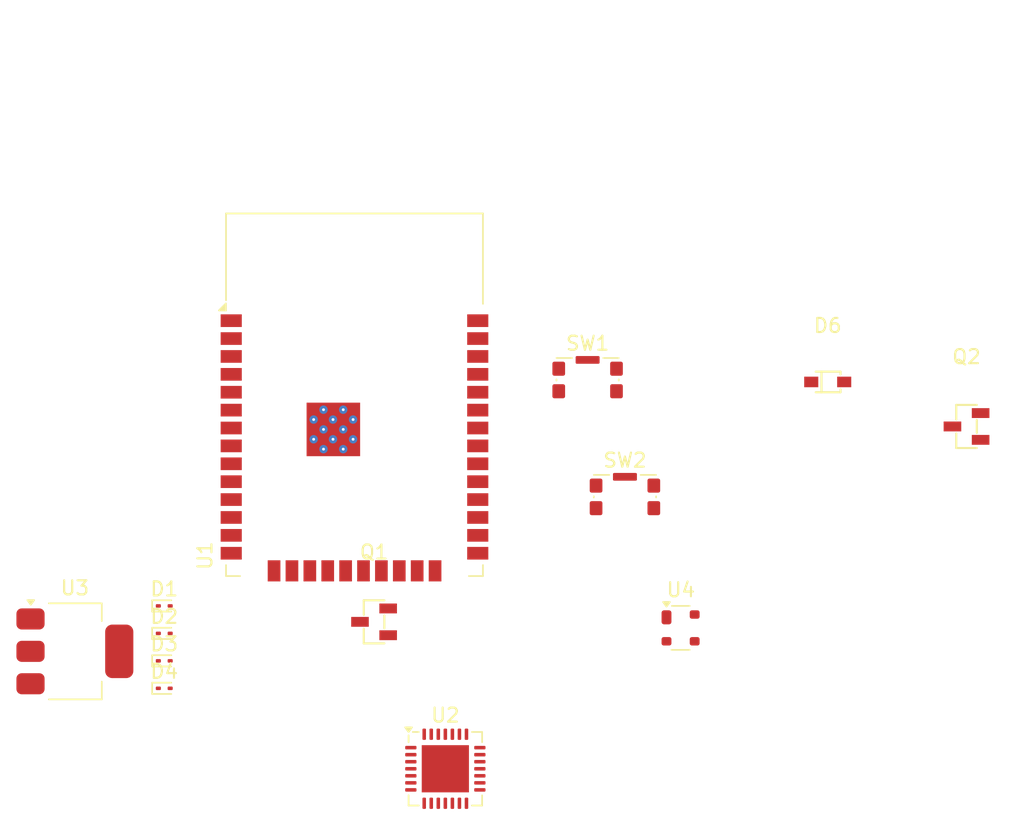
<source format=kicad_pcb>
(kicad_pcb (version 20240108) (generator "pcbnew") (generator_version "8.0")
  (layers (0 "F.Cu" signal) (31 "B.Cu" signal) (34 "B.Paste" user) (35 "F.Paste" user) (36 "B.SilkS" user "B.Silkscreen") (37 "F.SilkS" user "F.Silkscreen") (38 "B.Mask" user) (39 "F.Mask" user) (44 "Edge.Cuts" user))
  (net 0 "")
  (net 54 "Net-(U2-GND-Pad29)")
  (net 88 "<NO NET>")
  (net 89 "Net-(U1-EN)")
  (net 90 "+3.3V")
  (net 91 "+5VUSB")
  (footprint "Package_DFN_QFN:QFN-28-1EP_5x5mm_P0.5mm_EP3.35x3.35mm" (layer "F.Cu") (at 125.4 119.7)
    (property "Reference" "U2" (at 0 -3.8 0) (layer "F.SilkS"))
    (property "Value" "CP2102N-Axx-xQFN28")
    (fp_line (start -2.61 -1.885) (end -2.61 -2.37) (stroke (width 0.12)) (layer "F.SilkS"))
    (fp_line (start -2.61 2.61) (end -2.61 1.885) (stroke (width 0.12)) (layer "F.SilkS"))
    (fp_line (start -1.885 -2.61) (end -2.31 -2.61) (stroke (width 0.12)) (layer "F.SilkS"))
    (fp_line (start -1.885 2.61) (end -2.61 2.61) (stroke (width 0.12)) (layer "F.SilkS"))
    (fp_line (start 1.885 -2.61) (end 2.61 -2.61) (stroke (width 0.12)) (layer "F.SilkS"))
    (fp_line (start 1.885 2.61) (end 2.61 2.61) (stroke (width 0.12)) (layer "F.SilkS"))
    (fp_line (start 2.61 -2.61) (end 2.61 -1.885) (stroke (width 0.12)) (layer "F.SilkS"))
    (fp_line (start 2.61 2.61) (end 2.61 1.885) (stroke (width 0.12)) (layer "F.SilkS"))
    (fp_poly (pts (xy -2.61 -2.61) (xy -2.85 -2.94) (xy -2.37 -2.94) (xy -2.61 -2.61)) (stroke (width 0.12)) (fill solid) (layer "F.SilkS"))
    (pad "1" smd roundrect (at -2.45 -1.5) (size 0.8 0.25) (layers "F.Cu" "F.Paste" "F.Mask"))
    (pad "2" smd roundrect (at -2.45 -1) (size 0.8 0.25) (layers "F.Cu" "F.Paste" "F.Mask"))
    (pad "3" smd roundrect (at -2.45 -0.5) (size 0.8 0.25) (layers "F.Cu" "F.Paste" "F.Mask") (net 54 "Net-(U2-GND-Pad29)"))
    (pad "4" smd roundrect (at -2.45 0) (size 0.8 0.25) (layers "F.Cu" "F.Paste" "F.Mask"))
    (pad "5" smd roundrect (at -2.45 0.5) (size 0.8 0.25) (layers "F.Cu" "F.Paste" "F.Mask"))
    (pad "6" smd roundrect (at -2.45 1) (size 0.8 0.25) (layers "F.Cu" "F.Paste" "F.Mask"))
    (pad "7" smd roundrect (at -2.45 1.5) (size 0.8 0.25) (layers "F.Cu" "F.Paste" "F.Mask"))
    (pad "8" smd roundrect (at -1.5 2.45) (size 0.25 0.8) (layers "F.Cu" "F.Paste" "F.Mask"))
    (pad "9" smd roundrect (at -1 2.45) (size 0.25 0.8) (layers "F.Cu" "F.Paste" "F.Mask"))
    (pad "10" smd roundrect (at -0.5 2.45) (size 0.25 0.8) (layers "F.Cu" "F.Paste" "F.Mask"))
    (pad "11" smd roundrect (at 0 2.45) (size 0.25 0.8) (layers "F.Cu" "F.Paste" "F.Mask"))
    (pad "12" smd roundrect (at 0.5 2.45) (size 0.25 0.8) (layers "F.Cu" "F.Paste" "F.Mask"))
    (pad "13" smd roundrect (at 1 2.45) (size 0.25 0.8) (layers "F.Cu" "F.Paste" "F.Mask"))
    (pad "14" smd roundrect (at 1.5 2.45) (size 0.25 0.8) (layers "F.Cu" "F.Paste" "F.Mask"))
    (pad "15" smd roundrect (at 2.45 1.5) (size 0.8 0.25) (layers "F.Cu" "F.Paste" "F.Mask"))
    (pad "16" smd roundrect (at 2.45 1) (size 0.8 0.25) (layers "F.Cu" "F.Paste" "F.Mask"))
    (pad "17" smd roundrect (at 2.45 0.5) (size 0.8 0.25) (layers "F.Cu" "F.Paste" "F.Mask"))
    (pad "18" smd roundrect (at 2.45 0) (size 0.8 0.25) (layers "F.Cu" "F.Paste" "F.Mask"))
    (pad "19" smd roundrect (at 2.45 -0.5) (size 0.8 0.25) (layers "F.Cu" "F.Paste" "F.Mask"))
    (pad "20" smd roundrect (at 2.45 -1) (size 0.8 0.25) (layers "F.Cu" "F.Paste" "F.Mask"))
    (pad "21" smd roundrect (at 2.45 -1.5) (size 0.8 0.25) (layers "F.Cu" "F.Paste" "F.Mask"))
    (pad "22" smd roundrect (at 1.5 -2.45) (size 0.25 0.8) (layers "F.Cu" "F.Paste" "F.Mask"))
    (pad "23" smd roundrect (at 1 -2.45) (size 0.25 0.8) (layers "F.Cu" "F.Paste" "F.Mask"))
    (pad "24" smd roundrect (at 0.5 -2.45) (size 0.25 0.8) (layers "F.Cu" "F.Paste" "F.Mask"))
    (pad "25" smd roundrect (at 0 -2.45) (size 0.25 0.8) (layers "F.Cu" "F.Paste" "F.Mask"))
    (pad "26" smd roundrect (at -0.5 -2.45) (size 0.25 0.8) (layers "F.Cu" "F.Paste" "F.Mask"))
    (pad "27" smd roundrect (at -1 -2.45) (size 0.25 0.8) (layers "F.Cu" "F.Paste" "F.Mask"))
    (pad "28" smd roundrect (at -1.5 -2.45) (size 0.25 0.8) (layers "F.Cu" "F.Paste" "F.Mask"))
    (pad "29" smd rect (at 0 0) (size 3.35 3.35) (property pad_prop_heatsink) (layers "F.Cu" "F.Mask") (net 54 "Net-(U2-GND-Pad29)"))
  )
  (footprint "easyeda2kicad:SOD-323_L1.8-W1.3-LS2.5-RD" (layer "F.Cu") (at 152.545 92.24)
    (property "Reference" "D6" (at 0 -4 0) (layer "F.SilkS"))
    (property "Value" "BAT760-7")
    (fp_line (start -0.85 -0.73) (end 0.91 -0.73) (stroke (width 0.15)) (layer "F.SilkS"))
    (fp_line (start -0.85 0.73) (end 0.91 0.73) (stroke (width 0.15)) (layer "F.SilkS"))
    (fp_line (start -0.44 -0.73) (end -0.44 0.73) (stroke (width 0.15)) (layer "F.SilkS"))
    (fp_line (start 0.91 -0.73) (end 0.91 -0.53) (stroke (width 0.15)) (layer "F.SilkS"))
    (fp_line (start 0.91 0.73) (end 0.91 0.52) (stroke (width 0.15)) (layer "F.SilkS"))
    (pad "1" smd rect (at -1.17 0) (size 1 0.75) (layers "F.Cu" "F.Paste" "F.Mask"))
    (pad "2" smd rect (at 1.17 0) (size 1 0.75) (layers "F.Cu" "F.Paste" "F.Mask"))
  )
  (footprint "Diode_SMD:D_SOD-923" (layer "F.Cu") (at 105.445 113.99)
    (property "Reference" "D4" (at 0 -1.2 0) (layer "F.SilkS"))
    (property "Value" "SZESD9B5.0ST5G")
    (fp_line (start -0.86 -0.4) (end -0.86 0.4) (stroke (width 0.12)) (layer "F.SilkS"))
    (fp_line (start 0.5 -0.4) (end -0.86 -0.4) (stroke (width 0.12)) (layer "F.SilkS"))
    (fp_line (start 0.5 0.4) (end -0.86 0.4) (stroke (width 0.12)) (layer "F.SilkS"))
    (pad "1" smd roundrect (at -0.42 0 180) (size 0.36 0.25) (layers "F.Cu" "F.Paste" "F.Mask"))
    (pad "2" smd roundrect (at 0.42 0 180) (size 0.36 0.25) (layers "F.Cu" "F.Paste" "F.Mask"))
  )
  (footprint "Button_Switch_SMD:SW_SPST_CK_KMS2xxGP" (layer "F.Cu") (at 135.5 92.1)
    (property "Reference" "SW1" (at 0 -2.6 0) (layer "F.SilkS"))
    (property "Value" "CK_KMS2xxG")
    (fp_line (start -2.21 -1.56) (end -1.11 -1.56) (stroke (width 0.12)) (layer "F.SilkS"))
    (fp_line (start -2.21 -0.04) (end -2.21 0.04) (stroke (width 0.12)) (layer "F.SilkS"))
    (fp_line (start 1.11 -1.56) (end 2.21 -1.56) (stroke (width 0.12)) (layer "F.SilkS"))
    (fp_line (start 2.21 -0.04) (end 2.21 0.04) (stroke (width 0.12)) (layer "F.SilkS"))
    (pad "" np_thru_hole circle (at -0.975 0.75) (size 0.9 0.9) (drill 0.9) (layers "F&B.Cu" "*.Mask"))
    (pad "" np_thru_hole circle (at 0.975 0.75) (size 0.9 0.9) (drill 0.9) (layers "F&B.Cu" "*.Mask"))
    (pad "1" smd roundrect (at -2.05 -0.8) (size 0.9 1) (layers "F.Cu" "F.Paste" "F.Mask") (roundrect_rratio 0.15))
    (pad "1" smd roundrect (at 2.05 -0.8) (size 0.9 1) (layers "F.Cu" "F.Paste" "F.Mask") (roundrect_rratio 0.15))
    (pad "2" smd roundrect (at -2.05 0.8) (size 0.9 1) (layers "F.Cu" "F.Paste" "F.Mask") (roundrect_rratio 0.15))
    (pad "2" smd roundrect (at 2.05 0.8) (size 0.9 1) (layers "F.Cu" "F.Paste" "F.Mask") (roundrect_rratio 0.15))
    (pad "SH" smd roundrect (at 0 -1.425) (size 1.7 0.55) (layers "F.Cu" "F.Paste" "F.Mask") (roundrect_rratio 0.15))
  )
  (footprint "easyeda2kicad:SOT-23-3_L2.9-W1.3-P1.90-LS2.4-BR" (layer "F.Cu") (at 120.34 109.27)
    (property "Reference" "Q1" (at 0 -4.95 0) (layer "F.SilkS"))
    (property "Value" "SS8050-G")
    (fp_line (start -0.73 -1.53) (end -0.73 -0.49) (stroke (width 0.15)) (layer "F.SilkS"))
    (fp_line (start -0.73 1.53) (end -0.73 0.49) (stroke (width 0.15)) (layer "F.SilkS"))
    (fp_line (start 0.73 -1.53) (end -0.73 -1.53) (stroke (width 0.15)) (layer "F.SilkS"))
    (fp_line (start 0.73 -0.46) (end 0.73 0.46) (stroke (width 0.15)) (layer "F.SilkS"))
    (fp_line (start 0.73 1.53) (end -0.73 1.53) (stroke (width 0.15)) (layer "F.SilkS"))
    (pad "1" smd rect (at 1 0.95) (size 1.25 0.7) (layers "F.Cu" "F.Paste" "F.Mask"))
    (pad "2" smd rect (at 1 -0.95) (size 1.25 0.7) (layers "F.Cu" "F.Paste" "F.Mask"))
    (pad "3" smd rect (at -1 0) (size 1.25 0.7) (layers "F.Cu" "F.Paste" "F.Mask"))
  )
  (footprint "Package_TO_SOT_SMD:SOT-223-3_TabPin2" (layer "F.Cu") (at 99.1 111.365)
    (property "Reference" "U3" (at 0 -4.5 0) (layer "F.SilkS"))
    (property "Value" "AMS1117-3.3")
    (fp_line (start -1.85 -3.41) (end 1.91 -3.41) (stroke (width 0.12)) (layer "F.SilkS"))
    (fp_line (start -1.85 3.41) (end 1.91 3.41) (stroke (width 0.12)) (layer "F.SilkS"))
    (fp_line (start 1.91 -3.41) (end 1.91 -2.15) (stroke (width 0.12)) (layer "F.SilkS"))
    (fp_line (start 1.91 3.41) (end 1.91 2.15) (stroke (width 0.12)) (layer "F.SilkS"))
    (fp_poly (pts (xy -3.13 -3.31) (xy -3.37 -3.64) (xy -2.89 -3.64) (xy -3.13 -3.31)) (stroke (width 0.12)) (fill solid) (layer "F.SilkS"))
    (pad "1" smd roundrect (at -3.15 -2.3) (size 2 1.5) (layers "F.Cu" "F.Paste" "F.Mask") (net 88 "<NO NET>"))
    (pad "2" smd roundrect (at -3.15 0) (size 2 1.5) (layers "F.Cu" "F.Paste" "F.Mask") (net 90 "+3.3V"))
    (pad "2" smd roundrect (at 3.15 0) (size 2 3.8) (layers "F.Cu" "F.Paste" "F.Mask") (net 90 "+3.3V"))
    (pad "3" smd roundrect (at -3.15 2.3) (size 2 1.5) (layers "F.Cu" "F.Paste" "F.Mask") (net 91 "+5VUSB"))
  )
  (footprint "Diode_SMD:D_SOD-923" (layer "F.Cu") (at 105.445 108.14)
    (property "Reference" "D1" (at 0 -1.2 0) (layer "F.SilkS"))
    (property "Value" "SZESD9B5.0ST5G")
    (fp_line (start -0.86 -0.4) (end -0.86 0.4) (stroke (width 0.12)) (layer "F.SilkS"))
    (fp_line (start 0.5 -0.4) (end -0.86 -0.4) (stroke (width 0.12)) (layer "F.SilkS"))
    (fp_line (start 0.5 0.4) (end -0.86 0.4) (stroke (width 0.12)) (layer "F.SilkS"))
    (pad "1" smd roundrect (at -0.42 0 180) (size 0.36 0.25) (layers "F.Cu" "F.Paste" "F.Mask"))
    (pad "2" smd roundrect (at 0.42 0 180) (size 0.36 0.25) (layers "F.Cu" "F.Paste" "F.Mask"))
  )
  (footprint "RF_Module:ESP32-WROOM-32D" (layer "F.Cu") (at 118.95 96.14)
    (property "Reference" "U1" (at -10.61 8.43 90) (layer "F.SilkS"))
    (property "Value" "ESP32-WROOM-32E")
    (fp_line (start -9.12 -15.86) (end -9.12 -9.7) (stroke (width 0.12)) (layer "F.SilkS"))
    (fp_line (start -9.12 -15.86) (end 9.12 -15.86) (stroke (width 0.12)) (layer "F.SilkS"))
    (fp_line (start -9.12 9.1) (end -9.12 9.88) (stroke (width 0.12)) (layer "F.SilkS"))
    (fp_line (start -9.12 9.88) (end -8.12 9.88) (stroke (width 0.12)) (layer "F.SilkS"))
    (fp_line (start 9.12 -15.86) (end 9.12 -9.445) (stroke (width 0.12)) (layer "F.SilkS"))
    (fp_line (start 9.12 9.1) (end 9.12 9.88) (stroke (width 0.12)) (layer "F.SilkS"))
    (fp_line (start 9.12 9.88) (end 8.12 9.88) (stroke (width 0.12)) (layer "F.SilkS"))
    (fp_poly (pts (xy -9.125 -8.975) (xy -9.625 -8.975) (xy -9.125 -9.475) (xy -9.125 -8.975)) (stroke (width 0.12)) (fill solid) (layer "F.SilkS"))
    (pad "1" smd rect (at -8.75 -8.25) (size 1.5 0.9) (layers "F.Cu" "F.Paste" "F.Mask") (net 88 "<NO NET>"))
    (pad "2" smd rect (at -8.75 -6.98) (size 1.5 0.9) (layers "F.Cu" "F.Paste" "F.Mask") (net 90 "+3.3V"))
    (pad "3" smd rect (at -8.75 -5.71) (size 1.5 0.9) (layers "F.Cu" "F.Paste" "F.Mask") (net 89 "Net-(U1-EN)"))
    (pad "4" smd rect (at -8.75 -4.44) (size 1.5 0.9) (layers "F.Cu" "F.Paste" "F.Mask"))
    (pad "5" smd rect (at -8.75 -3.17) (size 1.5 0.9) (layers "F.Cu" "F.Paste" "F.Mask"))
    (pad "6" smd rect (at -8.75 -1.9) (size 1.5 0.9) (layers "F.Cu" "F.Paste" "F.Mask"))
    (pad "7" smd rect (at -8.75 -0.63) (size 1.5 0.9) (layers "F.Cu" "F.Paste" "F.Mask"))
    (pad "8" smd rect (at -8.75 0.64) (size 1.5 0.9) (layers "F.Cu" "F.Paste" "F.Mask"))
    (pad "9" smd rect (at -8.75 1.91) (size 1.5 0.9) (layers "F.Cu" "F.Paste" "F.Mask"))
    (pad "10" smd rect (at -8.75 3.18) (size 1.5 0.9) (layers "F.Cu" "F.Paste" "F.Mask"))
    (pad "11" smd rect (at -8.75 4.45) (size 1.5 0.9) (layers "F.Cu" "F.Paste" "F.Mask"))
    (pad "12" smd rect (at -8.75 5.72) (size 1.5 0.9) (layers "F.Cu" "F.Paste" "F.Mask"))
    (pad "13" smd rect (at -8.75 6.99) (size 1.5 0.9) (layers "F.Cu" "F.Paste" "F.Mask"))
    (pad "14" smd rect (at -8.75 8.26) (size 1.5 0.9) (layers "F.Cu" "F.Paste" "F.Mask"))
    (pad "15" smd rect (at -5.71 9.51 90) (size 1.5 0.9) (layers "F.Cu" "F.Paste" "F.Mask") (net 88 "<NO NET>"))
    (pad "16" smd rect (at -4.44 9.51 90) (size 1.5 0.9) (layers "F.Cu" "F.Paste" "F.Mask"))
    (pad "17" smd rect (at -3.17 9.51 90) (size 1.5 0.9) (layers "F.Cu" "F.Paste" "F.Mask"))
    (pad "18" smd rect (at -1.9 9.51 90) (size 1.5 0.9) (layers "F.Cu" "F.Paste" "F.Mask"))
    (pad "19" smd rect (at -0.63 9.51 90) (size 1.5 0.9) (layers "F.Cu" "F.Paste" "F.Mask"))
    (pad "20" smd rect (at 0.64 9.51 90) (size 1.5 0.9) (layers "F.Cu" "F.Paste" "F.Mask"))
    (pad "21" smd rect (at 1.91 9.51 90) (size 1.5 0.9) (layers "F.Cu" "F.Paste" "F.Mask"))
    (pad "22" smd rect (at 3.18 9.51 90) (size 1.5 0.9) (layers "F.Cu" "F.Paste" "F.Mask"))
    (pad "23" smd rect (at 4.45 9.51 90) (size 1.5 0.9) (layers "F.Cu" "F.Paste" "F.Mask"))
    (pad "24" smd rect (at 5.72 9.51 90) (size 1.5 0.9) (layers "F.Cu" "F.Paste" "F.Mask"))
    (pad "25" smd rect (at 8.75 8.26) (size 1.5 0.9) (layers "F.Cu" "F.Paste" "F.Mask"))
    (pad "26" smd rect (at 8.75 6.99) (size 1.5 0.9) (layers "F.Cu" "F.Paste" "F.Mask"))
    (pad "27" smd rect (at 8.75 5.72) (size 1.5 0.9) (layers "F.Cu" "F.Paste" "F.Mask"))
    (pad "28" smd rect (at 8.75 4.45) (size 1.5 0.9) (layers "F.Cu" "F.Paste" "F.Mask"))
    (pad "29" smd rect (at 8.75 3.18) (size 1.5 0.9) (layers "F.Cu" "F.Paste" "F.Mask"))
    (pad "30" smd rect (at 8.75 1.91) (size 1.5 0.9) (layers "F.Cu" "F.Paste" "F.Mask"))
    (pad "31" smd rect (at 8.75 0.64) (size 1.5 0.9) (layers "F.Cu" "F.Paste" "F.Mask"))
    (pad "32" smd rect (at 8.75 -0.63) (size 1.5 0.9) (layers "F.Cu" "F.Paste" "F.Mask"))
    (pad "33" smd rect (at 8.75 -1.9) (size 1.5 0.9) (layers "F.Cu" "F.Paste" "F.Mask"))
    (pad "34" smd rect (at 8.75 -3.17) (size 1.5 0.9) (layers "F.Cu" "F.Paste" "F.Mask"))
    (pad "35" smd rect (at 8.75 -4.44) (size 1.5 0.9) (layers "F.Cu" "F.Paste" "F.Mask"))
    (pad "36" smd rect (at 8.75 -5.71) (size 1.5 0.9) (layers "F.Cu" "F.Paste" "F.Mask"))
    (pad "37" smd rect (at 8.75 -6.98) (size 1.5 0.9) (layers "F.Cu" "F.Paste" "F.Mask"))
    (pad "38" smd rect (at 8.75 -8.25) (size 1.5 0.9) (layers "F.Cu" "F.Paste" "F.Mask") (net 88 "<NO NET>"))
    (pad "39" smd rect (at -2.9 -1.93) (size 0.9 0.9) (layers "F.Cu" "F.Paste") (net 88 "<NO NET>"))
    (pad "39" thru_hole circle (at -2.9 -1.23) (size 0.6 0.6) (drill 0.2) (property pad_prop_heatsink) (layers "*.Cu" "F.Mask") (net 88 "<NO NET>"))
    (pad "39" smd rect (at -2.9 -0.53) (size 0.9 0.9) (layers "F.Cu" "F.Paste") (net 88 "<NO NET>"))
    (pad "39" thru_hole circle (at -2.9 0.17) (size 0.6 0.6) (drill 0.2) (property pad_prop_heatsink) (layers "*.Cu" "F.Mask") (net 88 "<NO NET>"))
    (pad "39" smd rect (at -2.9 0.87) (size 0.9 0.9) (layers "F.Cu" "F.Paste") (net 88 "<NO NET>"))
    (pad "39" thru_hole circle (at -2.2 -1.93) (size 0.6 0.6) (drill 0.2) (property pad_prop_heatsink) (layers "*.Cu" "F.Mask") (net 88 "<NO NET>"))
    (pad "39" thru_hole circle (at -2.2 -0.53) (size 0.6 0.6) (drill 0.2) (property pad_prop_heatsink) (layers "*.Cu" "F.Mask") (net 88 "<NO NET>"))
    (pad "39" thru_hole circle (at -2.2 0.87) (size 0.6 0.6) (drill 0.2) (property pad_prop_heatsink) (layers "*.Cu" "F.Mask") (net 88 "<NO NET>"))
    (pad "39" thru_hole circle (at -1.525 -1.23) (size 0.6 0.6) (drill 0.2) (property pad_prop_heatsink) (layers "*.Cu" "F.Mask") (net 88 "<NO NET>"))
    (pad "39" thru_hole circle (at -1.525 0.17) (size 0.6 0.6) (drill 0.2) (property pad_prop_heatsink) (layers "*.Cu" "F.Mask") (net 88 "<NO NET>"))
    (pad "39" smd rect (at -1.5 -1.93) (size 0.9 0.9) (layers "F.Cu" "F.Paste") (net 88 "<NO NET>"))
    (pad "39" smd rect (at -1.5 -0.53) (size 0.9 0.9) (layers "F.Cu" "F.Paste") (net 88 "<NO NET>"))
    (pad "39" smd rect (at -1.5 -0.53) (size 3.8 3.8) (layers "F.Cu" "F.Mask") (net 88 "<NO NET>"))
    (pad "39" smd rect (at -1.5 0.87) (size 0.9 0.9) (layers "F.Cu" "F.Paste") (net 88 "<NO NET>"))
    (pad "39" thru_hole circle (at -0.8 -1.93) (size 0.6 0.6) (drill 0.2) (property pad_prop_heatsink) (layers "*.Cu" "F.Mask") (net 88 "<NO NET>"))
    (pad "39" thru_hole circle (at -0.8 -0.53) (size 0.6 0.6) (drill 0.2) (property pad_prop_heatsink) (layers "*.Cu" "F.Mask") (net 88 "<NO NET>"))
    (pad "39" thru_hole circle (at -0.8 0.87) (size 0.6 0.6) (drill 0.2) (property pad_prop_heatsink) (layers "*.Cu" "F.Mask") (net 88 "<NO NET>"))
    (pad "39" smd rect (at -0.1 -1.93) (size 0.9 0.9) (layers "F.Cu" "F.Paste") (net 88 "<NO NET>"))
    (pad "39" thru_hole circle (at -0.1 -1.23) (size 0.6 0.6) (drill 0.2) (property pad_prop_heatsink) (layers "*.Cu" "F.Mask") (net 88 "<NO NET>"))
    (pad "39" smd rect (at -0.1 -0.53) (size 0.9 0.9) (layers "F.Cu" "F.Paste") (net 88 "<NO NET>"))
    (pad "39" thru_hole circle (at -0.1 0.17) (size 0.6 0.6) (drill 0.2) (property pad_prop_heatsink) (layers "*.Cu" "F.Mask") (net 88 "<NO NET>"))
    (pad "39" smd rect (at -0.1 0.87) (size 0.9 0.9) (layers "F.Cu" "F.Paste") (net 88 "<NO NET>"))
  )
  (footprint "Diode_SMD:D_SOD-923" (layer "F.Cu") (at 105.445 110.09)
    (property "Reference" "D2" (at 0 -1.2 0) (layer "F.SilkS"))
    (property "Value" "SZESD9B5.0ST5G")
    (fp_line (start -0.86 -0.4) (end -0.86 0.4) (stroke (width 0.12)) (layer "F.SilkS"))
    (fp_line (start 0.5 -0.4) (end -0.86 -0.4) (stroke (width 0.12)) (layer "F.SilkS"))
    (fp_line (start 0.5 0.4) (end -0.86 0.4) (stroke (width 0.12)) (layer "F.SilkS"))
    (pad "1" smd roundrect (at -0.42 0 180) (size 0.36 0.25) (layers "F.Cu" "F.Paste" "F.Mask"))
    (pad "2" smd roundrect (at 0.42 0 180) (size 0.36 0.25) (layers "F.Cu" "F.Paste" "F.Mask"))
  )
  (footprint "easyeda2kicad:SOT-23-3_L2.9-W1.3-P1.90-LS2.4-BR" (layer "F.Cu") (at 162.4 95.4)
    (property "Reference" "Q2" (at 0 -4.95 0) (layer "F.SilkS"))
    (property "Value" "SS8050-G")
    (fp_line (start -0.73 -1.53) (end -0.73 -0.49) (stroke (width 0.15)) (layer "F.SilkS"))
    (fp_line (start -0.73 1.53) (end -0.73 0.49) (stroke (width 0.15)) (layer "F.SilkS"))
    (fp_line (start 0.73 -1.53) (end -0.73 -1.53) (stroke (width 0.15)) (layer "F.SilkS"))
    (fp_line (start 0.73 -0.46) (end 0.73 0.46) (stroke (width 0.15)) (layer "F.SilkS"))
    (fp_line (start 0.73 1.53) (end -0.73 1.53) (stroke (width 0.15)) (layer "F.SilkS"))
    (pad "1" smd rect (at 1 0.95) (size 1.25 0.7) (layers "F.Cu" "F.Paste" "F.Mask"))
    (pad "2" smd rect (at 1 -0.95) (size 1.25 0.7) (layers "F.Cu" "F.Paste" "F.Mask"))
    (pad "3" smd rect (at -1 0) (size 1.25 0.7) (layers "F.Cu" "F.Paste" "F.Mask"))
  )
  (footprint "Button_Switch_SMD:SW_SPST_CK_KMS2xxGP" (layer "F.Cu") (at 138.15 100.4)
    (property "Reference" "SW2" (at 0 -2.6 0) (layer "F.SilkS"))
    (property "Value" "CK_KMS2xxG")
    (fp_line (start -2.21 -1.56) (end -1.11 -1.56) (stroke (width 0.12)) (layer "F.SilkS"))
    (fp_line (start -2.21 -0.04) (end -2.21 0.04) (stroke (width 0.12)) (layer "F.SilkS"))
    (fp_line (start 1.11 -1.56) (end 2.21 -1.56) (stroke (width 0.12)) (layer "F.SilkS"))
    (fp_line (start 2.21 -0.04) (end 2.21 0.04) (stroke (width 0.12)) (layer "F.SilkS"))
    (pad "" np_thru_hole circle (at -0.975 0.75) (size 0.9 0.9) (drill 0.9) (layers "F&B.Cu" "*.Mask"))
    (pad "" np_thru_hole circle (at 0.975 0.75) (size 0.9 0.9) (drill 0.9) (layers "F&B.Cu" "*.Mask"))
    (pad "1" smd roundrect (at -2.05 -0.8) (size 0.9 1) (layers "F.Cu" "F.Paste" "F.Mask") (roundrect_rratio 0.15))
    (pad "1" smd roundrect (at 2.05 -0.8) (size 0.9 1) (layers "F.Cu" "F.Paste" "F.Mask") (roundrect_rratio 0.15))
    (pad "2" smd roundrect (at -2.05 0.8) (size 0.9 1) (layers "F.Cu" "F.Paste" "F.Mask") (roundrect_rratio 0.15))
    (pad "2" smd roundrect (at 2.05 0.8) (size 0.9 1) (layers "F.Cu" "F.Paste" "F.Mask") (roundrect_rratio 0.15))
    (pad "SH" smd roundrect (at 0 -1.425) (size 1.7 0.55) (layers "F.Cu" "F.Paste" "F.Mask") (roundrect_rratio 0.15))
  )
  (footprint "Diode_SMD:D_SOD-923" (layer "F.Cu") (at 105.445 112.04)
    (property "Reference" "D3" (at 0 -1.2 0) (layer "F.SilkS"))
    (property "Value" "SZESD9B5.0ST5G")
    (fp_line (start -0.86 -0.4) (end -0.86 0.4) (stroke (width 0.12)) (layer "F.SilkS"))
    (fp_line (start 0.5 -0.4) (end -0.86 -0.4) (stroke (width 0.12)) (layer "F.SilkS"))
    (fp_line (start 0.5 0.4) (end -0.86 0.4) (stroke (width 0.12)) (layer "F.SilkS"))
    (pad "1" smd roundrect (at -0.42 0 180) (size 0.36 0.25) (layers "F.Cu" "F.Paste" "F.Mask"))
    (pad "2" smd roundrect (at 0.42 0 180) (size 0.36 0.25) (layers "F.Cu" "F.Paste" "F.Mask"))
  )
  (footprint "Package_TO_SOT_SMD:SOT-143" (layer "F.Cu") (at 142.1 109.7)
    (property "Reference" "U4" (at 0.02 -2.7 0) (layer "F.SilkS"))
    (property "Value" "MAX6816")
    (fp_line (start -0.65 1.56) (end 0.65 1.56) (stroke (width 0.12)) (layer "F.SilkS"))
    (fp_line (start 0.65 -1.56) (end -0.62 -1.56) (stroke (width 0.12)) (layer "F.SilkS"))
    (fp_poly (pts (xy -1 -1.51) (xy -1.24 -1.84) (xy -0.76 -1.84) (xy -1 -1.51)) (stroke (width 0.12)) (fill solid) (layer "F.SilkS"))
    (pad "1" smd roundrect (at -1 -0.75) (size 0.7 1) (layers "F.Cu" "F.Paste" "F.Mask"))
    (pad "2" smd roundrect (at -1 0.95) (size 0.7 0.6) (layers "F.Cu" "F.Paste" "F.Mask"))
    (pad "3" smd roundrect (at 1 0.95) (size 0.7 0.6) (layers "F.Cu" "F.Paste" "F.Mask"))
    (pad "4" smd roundrect (at 1 -0.95) (size 0.7 0.6) (layers "F.Cu" "F.Paste" "F.Mask"))
  )
)
</source>
